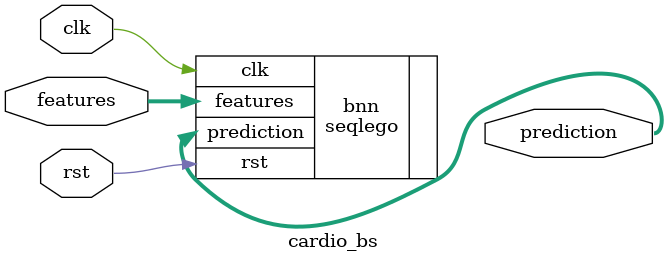
<source format=v>













module cardio_bs #(

parameter FEAT_CNT = 19,
parameter HIDDEN_CNT = 40,
parameter FEAT_BITS = 4,
parameter CLASS_CNT = 3,
parameter TEST_CNT = 5


  ) (
  input clk,
  input rst,
  input [FEAT_CNT*FEAT_BITS-1:0] features,
  output [$clog2(CLASS_CNT)-1:0] prediction
  );

  localparam Weights0 = 760'b1011011011110011000110010101010010110000110010001000101011100100100111011000001000000101010011011001001000101001011001011100110110001010111001000001110110010110001111100101110100100001011010001100100011011011101001001110000110110100100111010010000101000100000001000111011100110101110010011001101101011100110110111010010110001111111111100100010000111101100000110011001001010100000000111110000000001101010110001011001011000101101110011001010100011010000100000111000010100000111001101011001111010010001101000101000110011001010011001001001110110010100101000101001111111010010000100010001000010111101000001100000110000010101011100100100000110010101011011001100111100101100011111101001011011000100000011100110110001010100101100001011001110001010110101010100100011100 ;
  localparam Weights1 = 120'b110011011000011011101100100111001101001011100101100101101110110011011000110100111001110001000100110000001111100000010101 ;

  seqlego #(.FEAT_CNT(FEAT_CNT),.FEAT_BITS(FEAT_BITS),.HIDDEN_CNT(HIDDEN_CNT),.CLASS_CNT(CLASS_CNT),.Weights0(Weights0),.Weights1(Weights1)) bnn (
    .clk(clk),
    .rst(rst),
    .features(features),
    .prediction(prediction)
  );

endmodule

</source>
